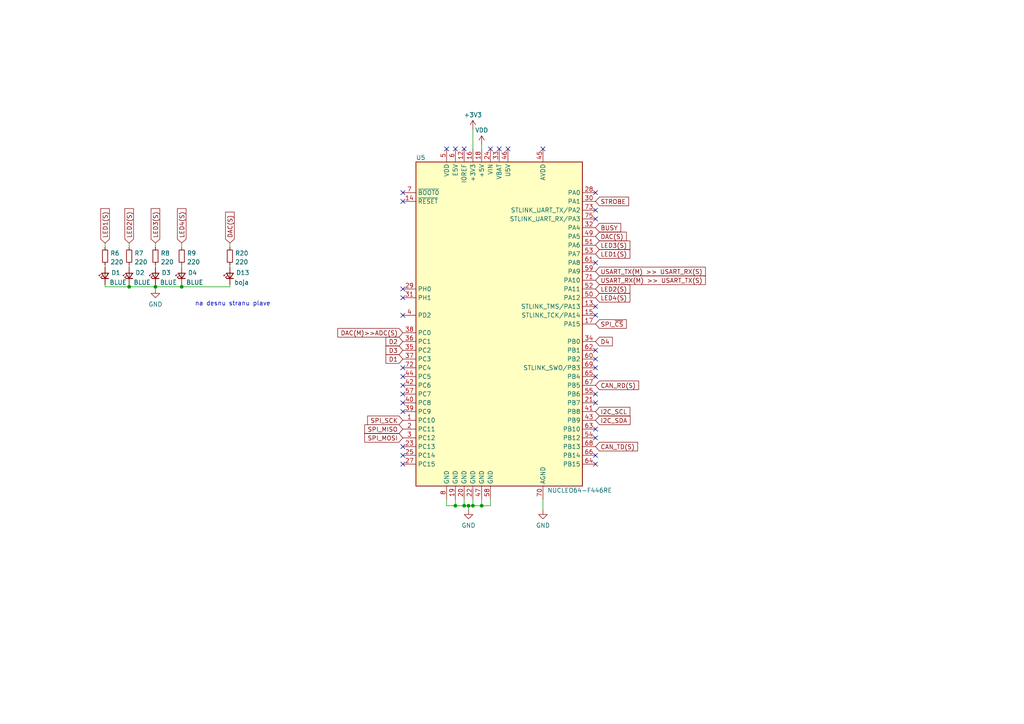
<source format=kicad_sch>
(kicad_sch (version 20230121) (generator eeschema)
  (paper "A4")
  (lib_symbols
    (symbol "Device:LED_Small" (pin_numbers hide) (pin_names (offset 0.254) hide)
      (property "Reference" "D" (at -1.27 3.175 0))
      (property "Value" "LED_Small" (at -4.445 -2.54 0))
      (symbol "LED_Small_0_1"
        (polyline (pts (xy -0.762 -1.016) (xy -0.762 1.016)) (stroke (width 0.254)))
        (polyline (pts (xy 1.016 0) (xy -0.762 0)))
        (polyline (pts (xy 0.762 -1.016) (xy -0.762 0) (xy 0.762 1.016) (xy 0.762 -1.016)) (stroke (width 0.254)))
        (polyline (pts (xy 0 0.762) (xy -0.508 1.27) (xy -0.254 1.27) (xy -0.508 1.27) (xy -0.508 1.016)))
        (polyline (pts (xy 0.508 1.27) (xy 0 1.778) (xy 0.254 1.778) (xy 0 1.778) (xy 0 1.524)))
      )
      (symbol "LED_Small_1_1"
        (pin passive line (at -2.54 0 0) (length 1.778) (name "K") (number "1"))
        (pin passive line (at 2.54 0 180) (length 1.778) (name "A") (number "2"))
      )
    )
    (symbol "Device:R_Small" (pin_numbers hide) (pin_names (offset 0.254) hide)
      (property "Reference" "R" (at 0.762 0.508 0))
      (property "Value" "R_Small" (at 0.762 -1.016 0))
      (symbol "R_Small_0_1"
        (rectangle (start -0.762 1.778) (end 0.762 -1.778) (stroke (width 0.2032)))
      )
      (symbol "R_Small_1_1"
        (pin passive line (at 0 2.54 270) (length 0.762) (name "~") (number "1"))
        (pin passive line (at 0 -2.54 90) (length 0.762) (name "~") (number "2"))
      )
    )
    (symbol "GND_7" (power) (pin_names (offset 0))
      (property "Value" "GND_7" (at 0 -3.81 0))
      (symbol "GND_7_0_1"
        (polyline (pts (xy 0 0) (xy 0 -1.27) (xy 1.27 -1.27) (xy 0 -2.54) (xy -1.27 -1.27) (xy 0 -1.27)))
      )
      (symbol "GND_7_1_1"
        (pin power_in line (at 0 0 270) (length 0) hide (name "GND") (number "1"))
      )
    )
    (symbol "Symbol:NUCLEO64-F446RE"
      (property "Reference" "U" (at -17.78 50.165 0))
      (property "Value" "NUCLEO64-F446RE" (at -17.78 48.26 0))
      (symbol "NUCLEO64-F446RE_0_1"
        (rectangle (start -24.13 46.99) (end 24.13 -46.99) (stroke (width 0.254)) (fill (type background)))
      )
      (symbol "NUCLEO64-F446RE_1_1"
        (pin bidirectional line (at -27.94 -27.94 0) (length 3.81) (name "PC10") (number "1"))
        (pin no_connect line (at -24.13 20.32 0) (length 3.81) hide (name "NC") (number "10"))
        (pin no_connect line (at -24.13 15.24 0) (length 3.81) hide (name "NC") (number "11"))
        (pin power_in line (at -10.16 50.8 270) (length 3.81) (name "IOREF") (number "12"))
        (pin bidirectional line (at 27.94 5.08 180) (length 3.81) (name "STLINK_TMS/PA13") (number "13"))
        (pin input line (at -27.94 35.56 0) (length 3.81) (name "~{RESET}") (number "14"))
        (pin bidirectional line (at 27.94 2.54 180) (length 3.81) (name "STLINK_TCK/PA14") (number "15"))
        (pin power_in line (at -7.62 50.8 270) (length 3.81) (name "+3V3") (number "16"))
        (pin bidirectional line (at 27.94 0 180) (length 3.81) (name "PA15") (number "17"))
        (pin power_in line (at -5.08 50.8 270) (length 3.81) (name "+5V") (number "18"))
        (pin power_in line (at -12.7 -50.8 90) (length 3.81) (name "GND") (number "19"))
        (pin bidirectional line (at -27.94 -30.48 0) (length 3.81) (name "PC11") (number "2"))
        (pin power_in line (at -10.16 -50.8 90) (length 3.81) (name "GND") (number "20"))
        (pin bidirectional line (at 27.94 -22.86 180) (length 3.81) (name "PB7") (number "21"))
        (pin power_in line (at -7.62 -50.8 90) (length 3.81) (name "GND") (number "22"))
        (pin bidirectional line (at -27.94 -35.56 0) (length 3.81) (name "PC13") (number "23"))
        (pin power_in line (at -2.54 50.8 270) (length 3.81) (name "VIN") (number "24"))
        (pin bidirectional line (at -27.94 -38.1 0) (length 3.81) (name "PC14") (number "25"))
        (pin no_connect line (at -24.13 22.86 0) (length 3.81) hide (name "NC") (number "26"))
        (pin bidirectional line (at -27.94 -40.64 0) (length 3.81) (name "PC15") (number "27"))
        (pin bidirectional line (at 27.94 38.1 180) (length 3.81) (name "PA0") (number "28"))
        (pin bidirectional line (at -27.94 10.16 0) (length 3.81) (name "PH0") (number "29"))
        (pin bidirectional line (at -27.94 -33.02 0) (length 3.81) (name "PC12") (number "3"))
        (pin bidirectional line (at 27.94 35.56 180) (length 3.81) (name "PA1") (number "30"))
        (pin bidirectional line (at -27.94 7.62 0) (length 3.81) (name "PH1") (number "31"))
        (pin bidirectional line (at 27.94 27.94 180) (length 3.81) (name "PA4") (number "32"))
        (pin power_in line (at 0 50.8 270) (length 3.81) (name "VBAT") (number "33"))
        (pin bidirectional line (at 27.94 -5.08 180) (length 3.81) (name "PB0") (number "34"))
        (pin bidirectional line (at -27.94 -7.62 0) (length 3.81) (name "PC2") (number "35"))
        (pin bidirectional line (at -27.94 -5.08 0) (length 3.81) (name "PC1") (number "36"))
        (pin bidirectional line (at -27.94 -10.16 0) (length 3.81) (name "PC3") (number "37"))
        (pin bidirectional line (at -27.94 -2.54 0) (length 3.81) (name "PC0") (number "38"))
        (pin bidirectional line (at -27.94 -25.4 0) (length 3.81) (name "PC9") (number "39"))
        (pin bidirectional line (at -27.94 2.54 0) (length 3.81) (name "PD2") (number "4"))
        (pin bidirectional line (at -27.94 -22.86 0) (length 3.81) (name "PC8") (number "40"))
        (pin bidirectional line (at 27.94 -25.4 180) (length 3.81) (name "PB8") (number "41"))
        (pin bidirectional line (at -27.94 -17.78 0) (length 3.81) (name "PC6") (number "42"))
        (pin bidirectional line (at 27.94 -27.94 180) (length 3.81) (name "PB9") (number "43"))
        (pin bidirectional line (at -27.94 -15.24 0) (length 3.81) (name "PC5") (number "44"))
        (pin power_in line (at 12.7 50.8 270) (length 3.81) (name "AVDD") (number "45"))
        (pin power_in line (at 2.54 50.8 270) (length 3.81) (name "U5V") (number "46"))
        (pin power_in line (at -5.08 -50.8 90) (length 3.81) (name "GND") (number "47"))
        (pin no_connect line (at -24.13 25.4 0) (length 3.81) hide (name "NC") (number "48"))
        (pin bidirectional line (at 27.94 25.4 180) (length 3.81) (name "PA5") (number "49"))
        (pin power_in line (at -15.24 50.8 270) (length 3.81) (name "VDD") (number "5"))
        (pin bidirectional line (at 27.94 7.62 180) (length 3.81) (name "PA12") (number "50"))
        (pin bidirectional line (at 27.94 22.86 180) (length 3.81) (name "PA6") (number "51"))
        (pin bidirectional line (at 27.94 10.16 180) (length 3.81) (name "PA11") (number "52"))
        (pin bidirectional line (at 27.94 20.32 180) (length 3.81) (name "PA7") (number "53"))
        (pin bidirectional line (at 27.94 -33.02 180) (length 3.81) (name "PB12") (number "54"))
        (pin bidirectional line (at 27.94 -20.32 180) (length 3.81) (name "PB6") (number "55"))
        (pin no_connect line (at -24.13 33.02 0) (length 3.81) hide (name "NC") (number "56"))
        (pin bidirectional line (at -27.94 -20.32 0) (length 3.81) (name "PC7") (number "57"))
        (pin power_in line (at -2.54 -50.8 90) (length 3.81) (name "GND") (number "58"))
        (pin bidirectional line (at 27.94 15.24 180) (length 3.81) (name "PA9") (number "59"))
        (pin power_in line (at -12.7 50.8 270) (length 3.81) (name "E5V") (number "6"))
        (pin bidirectional line (at 27.94 -10.16 180) (length 3.81) (name "PB2") (number "60"))
        (pin bidirectional line (at 27.94 17.78 180) (length 3.81) (name "PA8") (number "61"))
        (pin bidirectional line (at 27.94 -7.62 180) (length 3.81) (name "PB1") (number "62"))
        (pin bidirectional line (at 27.94 -30.48 180) (length 3.81) (name "PB10") (number "63"))
        (pin bidirectional line (at 27.94 -40.64 180) (length 3.81) (name "PB15") (number "64"))
        (pin bidirectional line (at 27.94 -15.24 180) (length 3.81) (name "PB4") (number "65"))
        (pin bidirectional line (at 27.94 -38.1 180) (length 3.81) (name "PB14") (number "66"))
        (pin bidirectional line (at 27.94 -17.78 180) (length 3.81) (name "PB5") (number "67"))
        (pin bidirectional line (at 27.94 -35.56 180) (length 3.81) (name "PB13") (number "68"))
        (pin bidirectional line (at 27.94 -12.7 180) (length 3.81) (name "STLINK_SWO/PB3") (number "69"))
        (pin input line (at -27.94 38.1 0) (length 3.81) (name "~{BOOT0}") (number "7"))
        (pin power_in line (at 12.7 -50.8 90) (length 3.81) (name "AGND") (number "70"))
        (pin bidirectional line (at 27.94 12.7 180) (length 3.81) (name "PA10") (number "71"))
        (pin bidirectional line (at -27.94 -12.7 0) (length 3.81) (name "PC4") (number "72"))
        (pin bidirectional line (at 27.94 33.02 180) (length 3.81) (name "STLINK_UART_TX/PA2") (number "73"))
        (pin no_connect line (at -24.13 30.48 0) (length 3.81) hide (name "NC") (number "74"))
        (pin bidirectional line (at 27.94 30.48 180) (length 3.81) (name "STLINK_UART_RX/PA3") (number "75"))
        (pin no_connect line (at -24.13 27.94 0) (length 3.81) hide (name "NC") (number "76"))
        (pin power_in line (at -15.24 -50.8 90) (length 3.81) (name "GND") (number "8"))
        (pin no_connect line (at -24.13 17.78 0) (length 3.81) hide (name "NC") (number "9"))
      )
    )
    (symbol "power:+3V3" (power) (pin_names (offset 0))
      (property "Value" "+3V3" (at 0 3.556 0))
      (symbol "+3V3_0_1"
        (polyline (pts (xy -0.762 1.27) (xy 0 2.54)))
        (polyline (pts (xy 0 0) (xy 0 2.54)))
        (polyline (pts (xy 0 2.54) (xy 0.762 1.27)))
      )
      (symbol "+3V3_1_1"
        (pin power_in line (at 0 0 90) (length 0) hide (name "+3V3") (number "1"))
      )
    )
    (symbol "power:GND" (power) (pin_names (offset 0))
      (property "Value" "GND" (at 0 -3.81 0))
      (symbol "GND_0_1"
        (polyline (pts (xy 0 0) (xy 0 -1.27) (xy 1.27 -1.27) (xy 0 -2.54) (xy -1.27 -1.27) (xy 0 -1.27)))
      )
      (symbol "GND_1_1"
        (pin power_in line (at 0 0 270) (length 0) hide (name "GND") (number "1"))
      )
    )
    (symbol "power:VDD" (power) (pin_names (offset 0))
      (property "Value" "VDD" (at 0 3.81 0))
      (symbol "VDD_0_1"
        (polyline (pts (xy -0.762 1.27) (xy 0 2.54)))
        (polyline (pts (xy 0 0) (xy 0 2.54)))
        (polyline (pts (xy 0 2.54) (xy 0.762 1.27)))
      )
      (symbol "VDD_1_1"
        (pin power_in line (at 0 0 90) (length 0) hide (name "VDD") (number "1"))
      )
    )
  )
  (junction (at 139.7 146.685))
  (junction (at 132.08 146.685))
  (junction (at 137.16 146.685))
  (junction (at 37.465 83.185))
  (junction (at 134.62 146.685))
  (junction (at 45.085 83.185))
  (junction (at 52.705 83.185))
  (junction (at 135.89 146.685))
  (no_connect (at 172.72 63.5))
  (no_connect (at 116.84 83.82))
  (no_connect (at 129.54 43.18))
  (no_connect (at 172.72 132.08))
  (no_connect (at 134.62 43.18))
  (no_connect (at 116.84 86.36))
  (no_connect (at 116.84 111.76))
  (no_connect (at 142.24 43.18))
  (no_connect (at 157.48 43.18))
  (no_connect (at 116.84 109.22))
  (no_connect (at 172.72 55.88))
  (no_connect (at 116.84 134.62))
  (no_connect (at 172.72 127))
  (no_connect (at 172.72 134.62))
  (no_connect (at 172.72 114.3))
  (no_connect (at 172.72 116.84))
  (no_connect (at 116.84 116.84))
  (no_connect (at 116.84 55.88))
  (no_connect (at 116.84 119.38))
  (no_connect (at 116.84 129.54))
  (no_connect (at 172.72 101.6))
  (no_connect (at 116.84 91.44))
  (no_connect (at 116.84 106.68))
  (no_connect (at 172.72 106.68))
  (no_connect (at 172.72 91.44))
  (no_connect (at 172.72 124.46))
  (no_connect (at 172.72 60.96))
  (no_connect (at 116.84 114.3))
  (no_connect (at 172.72 109.22))
  (no_connect (at 116.84 132.08))
  (no_connect (at 172.72 88.9))
  (no_connect (at 172.72 104.14))
  (no_connect (at 147.32 43.18))
  (no_connect (at 172.72 76.2))
  (no_connect (at 132.08 43.18))
  (no_connect (at 116.84 58.42))
  (no_connect (at 144.78 43.18))
  (wire (pts (xy 66.675 83.185) (xy 66.675 82.55)))
  (wire (pts (xy 139.7 144.78) (xy 139.7 146.685)))
  (wire (pts (xy 45.085 70.485) (xy 45.085 71.755)))
  (wire (pts (xy 132.08 146.685) (xy 134.62 146.685)))
  (wire (pts (xy 134.62 146.685) (xy 135.89 146.685)))
  (wire (pts (xy 52.705 83.185) (xy 66.675 83.185)))
  (wire (pts (xy 45.085 83.185) (xy 45.085 83.82)))
  (wire (pts (xy 129.54 144.78) (xy 129.54 146.685)))
  (wire (pts (xy 45.085 76.835) (xy 45.085 77.47)))
  (wire (pts (xy 134.62 144.78) (xy 134.62 146.685)))
  (wire (pts (xy 37.465 70.485) (xy 37.465 71.755)))
  (wire (pts (xy 30.48 76.835) (xy 30.48 77.47)))
  (wire (pts (xy 129.54 146.685) (xy 132.08 146.685)))
  (wire (pts (xy 52.705 83.185) (xy 52.705 82.55)))
  (wire (pts (xy 52.705 70.485) (xy 52.705 71.755)))
  (wire (pts (xy 135.89 146.685) (xy 137.16 146.685)))
  (wire (pts (xy 139.7 146.685) (xy 142.24 146.685)))
  (wire (pts (xy 45.085 83.185) (xy 52.705 83.185)))
  (wire (pts (xy 139.7 41.91) (xy 139.7 43.18)))
  (wire (pts (xy 30.48 70.485) (xy 30.48 71.755)))
  (wire (pts (xy 52.705 76.835) (xy 52.705 77.47)))
  (wire (pts (xy 157.48 144.78) (xy 157.48 147.955)))
  (wire (pts (xy 142.24 146.685) (xy 142.24 144.78)))
  (wire (pts (xy 66.675 70.485) (xy 66.675 71.755)))
  (wire (pts (xy 135.89 146.685) (xy 135.89 147.955)))
  (wire (pts (xy 30.48 82.55) (xy 30.48 83.185)))
  (wire (pts (xy 137.16 146.685) (xy 139.7 146.685)))
  (wire (pts (xy 30.48 83.185) (xy 37.465 83.185)))
  (wire (pts (xy 66.675 76.835) (xy 66.675 77.47)))
  (wire (pts (xy 37.465 82.55) (xy 37.465 83.185)))
  (wire (pts (xy 137.16 144.78) (xy 137.16 146.685)))
  (wire (pts (xy 132.08 144.78) (xy 132.08 146.685)))
  (wire (pts (xy 37.465 76.835) (xy 37.465 77.47)))
  (wire (pts (xy 137.16 37.465) (xy 137.16 43.18)))
  (wire (pts (xy 45.085 82.55) (xy 45.085 83.185)))
  (wire (pts (xy 37.465 83.185) (xy 45.085 83.185)))
  (text "na desnu stranu plave" (at 56.515 88.9 0) (effects (font (size 1.27 1.27)) (justify left bottom)))
  (global_label "SPI_MOSI" (shape input) (at 116.84 127 180) (property "Intersheetrefs" "${INTERSHEET_REFS}" (effects hide)))
  (global_label "D2" (shape input) (at 116.84 99.06 180) (property "Intersheetrefs" "${INTERSHEET_REFS}" (effects hide)))
  (global_label "USART_TX(M) >> USART_RX(S)" (shape input) (at 172.72 78.74 0) (property "Intersheetrefs" "${INTERSHEET_REFS}" (effects hide)))
  (global_label "CAN_TD(S)" (shape input) (at 172.72 129.54 0) (property "Intersheetrefs" "${INTERSHEET_REFS}" (effects hide)))
  (global_label "D1" (shape input) (at 116.84 104.14 180) (property "Intersheetrefs" "${INTERSHEET_REFS}" (effects hide)))
  (global_label "DAC(M)>>ADC(S)" (shape input) (at 116.84 96.52 180) (property "Intersheetrefs" "${INTERSHEET_REFS}" (effects hide)))
  (global_label "LED4(S)" (shape input) (at 172.72 86.36 0) (property "Intersheetrefs" "${INTERSHEET_REFS}" (effects hide)))
  (global_label "CAN_RD(S)" (shape input) (at 172.72 111.76 0) (property "Intersheetrefs" "${INTERSHEET_REFS}" (effects hide)))
  (global_label "LED3(S)" (shape input) (at 172.72 71.12 0) (property "Intersheetrefs" "${INTERSHEET_REFS}" (effects hide)))
  (global_label "BUSY" (shape input) (at 172.72 66.04 0) (property "Intersheetrefs" "${INTERSHEET_REFS}" (effects hide)))
  (global_label "STROBE" (shape input) (at 172.72 58.42 0) (property "Intersheetrefs" "${INTERSHEET_REFS}" (effects hide)))
  (global_label "LED2(S)" (shape input) (at 172.72 83.82 0) (property "Intersheetrefs" "${INTERSHEET_REFS}" (effects hide)))
  (global_label "USART_RX(M) >> USART_TX(S)" (shape input) (at 172.72 81.28 0) (property "Intersheetrefs" "${INTERSHEET_REFS}" (effects hide)))
  (global_label "LED3(S)" (shape input) (at 45.085 70.485 90) (property "Intersheetrefs" "${INTERSHEET_REFS}" (effects hide)))
  (global_label "DAC(S)" (shape input) (at 172.72 68.58 0) (property "Intersheetrefs" "${INTERSHEET_REFS}" (effects hide)))
  (global_label "D4" (shape input) (at 172.72 99.06 0) (property "Intersheetrefs" "${INTERSHEET_REFS}" (effects hide)))
  (global_label "D3" (shape input) (at 116.84 101.6 180) (property "Intersheetrefs" "${INTERSHEET_REFS}" (effects hide)))
  (global_label "SPI_~{CS}" (shape input) (at 172.72 93.98 0) (property "Intersheetrefs" "${INTERSHEET_REFS}" (effects hide)))
  (global_label "I2C_SDA" (shape input) (at 172.72 121.92 0) (property "Intersheetrefs" "${INTERSHEET_REFS}" (effects hide)))
  (global_label "LED1(S)" (shape input) (at 30.48 70.485 90) (property "Intersheetrefs" "${INTERSHEET_REFS}" (effects hide)))
  (global_label "LED2(S)" (shape input) (at 37.465 70.485 90) (property "Intersheetrefs" "${INTERSHEET_REFS}" (effects hide)))
  (global_label "I2C_SCL" (shape input) (at 172.72 119.38 0) (property "Intersheetrefs" "${INTERSHEET_REFS}" (effects hide)))
  (global_label "LED4(S)" (shape input) (at 52.705 70.485 90) (property "Intersheetrefs" "${INTERSHEET_REFS}" (effects hide)))
  (global_label "LED1(S)" (shape input) (at 172.72 73.66 0) (property "Intersheetrefs" "${INTERSHEET_REFS}" (effects hide)))
  (global_label "SPI_SCK" (shape input) (at 116.84 121.92 180) (property "Intersheetrefs" "${INTERSHEET_REFS}" (effects hide)))
  (global_label "SPI_MISO" (shape input) (at 116.84 124.46 180) (property "Intersheetrefs" "${INTERSHEET_REFS}" (effects hide)))
  (global_label "DAC(S)" (shape input) (at 66.675 70.485 90) (property "Intersheetrefs" "${INTERSHEET_REFS}" (effects hide)))
  (symbol (lib_id "Device:R_Small") (at 45.085 74.295 0) (unit 1)
    (property "Reference" "R8" (at 46.5836 73.4603 0) (effects (justify left)))
    (property "Value" "220" (at 46.5836 75.9972 0) (effects (justify left)))
    (property "Footprint" "Resistor_SMD:R_0805_2012Metric" (effects hide))
  )
  (symbol (lib_id "Device:R_Small") (at 37.465 74.295 0) (unit 1)
    (property "Reference" "R7" (at 38.9636 73.4603 0) (effects (justify left)))
    (property "Value" "220" (at 38.9636 75.9972 0) (effects (justify left)))
    (property "Footprint" "Resistor_SMD:R_0805_2012Metric" (effects hide))
  )
  (symbol (lib_id "Symbol:NUCLEO64-F446RE") (at 144.78 93.98 0) (unit 1)
    (property "Reference" "U5" (at 120.65 45.72 0) (effects (justify left)))
    (property "Value" "NUCLEO64-F446RE" (at 158.75 142.24 0) (effects (justify left)))
    (property "Footprint" "Footprint:NUCLEO64" (effects hide))
    (property "Datasheet" "http://www.st.com/st-web-ui/static/active/en/resource/technical/document/data_brief/DM00105918.pdf" (effects hide))
  )
  (symbol (lib_id "Device:R_Small") (at 30.48 74.295 0) (unit 1)
    (property "Reference" "R6" (at 31.9786 73.4603 0) (effects (justify left)))
    (property "Value" "220" (at 31.9786 75.9972 0) (effects (justify left)))
    (property "Footprint" "Resistor_SMD:R_0805_2012Metric" (effects hide))
  )
  (symbol (lib_id "Device:LED_Small") (at 66.675 80.01 90) (unit 1)
    (property "Reference" "D13" (at 68.453 79.1118 90) (effects (justify right)))
    (property "Value" "boja" (at 67.945 81.915 90) (effects (justify right)))
    (property "Footprint" "LED_SMD:LED_1206_3216Metric" (effects hide))
  )
  (symbol (lib_id "Device:R_Small") (at 66.675 74.295 0) (unit 1)
    (property "Reference" "R20" (at 68.1736 73.4603 0) (effects (justify left)))
    (property "Value" "220" (at 68.1736 75.9972 0) (effects (justify left)))
    (property "Footprint" "Resistor_SMD:R_0805_2012Metric" (effects hide))
  )
  (symbol (lib_id "power:GND") (at 135.89 147.955 0) (unit 1)
    (property "Reference" "#PWR021" (effects hide))
    (property "Value" "GND" (at 135.89 152.4 0))
  )
  (symbol (lib_id "Device:LED_Small") (at 52.705 80.01 90) (unit 1)
    (property "Reference" "D4" (at 54.483 79.1118 90) (effects (justify right)))
    (property "Value" "BLUE" (at 53.975 81.915 90) (effects (justify right)))
    (property "Footprint" "LED_SMD:LED_1206_3216Metric" (effects hide))
  )
  (symbol (lib_id "Device:R_Small") (at 52.705 74.295 0) (unit 1)
    (property "Reference" "R9" (at 54.2036 73.4603 0) (effects (justify left)))
    (property "Value" "220" (at 54.2036 75.9972 0) (effects (justify left)))
    (property "Footprint" "Resistor_SMD:R_0805_2012Metric" (effects hide))
  )
  (symbol (lib_id "power:GND") (at 157.48 147.955 0) (unit 1)
    (property "Reference" "#PWR022" (effects hide))
    (property "Value" "GND" (at 157.48 152.4 0))
  )
  (symbol (lib_id "Device:LED_Small") (at 30.48 80.01 90) (unit 1)
    (property "Reference" "D1" (at 32.258 79.1118 90) (effects (justify right)))
    (property "Value" "BLUE" (at 31.75 81.915 90) (effects (justify right)))
    (property "Footprint" "LED_SMD:LED_1206_3216Metric" (effects hide))
  )
  (symbol (lib_id "Device:LED_Small") (at 37.465 80.01 90) (unit 1)
    (property "Reference" "D2" (at 39.243 79.1118 90) (effects (justify right)))
    (property "Value" "BLUE" (at 38.735 81.915 90) (effects (justify right)))
    (property "Footprint" "LED_SMD:LED_1206_3216Metric" (effects hide))
  )
  (symbol (lib_name "GND_7") (lib_id "power:GND") (at 45.085 83.82 0) (unit 1)
    (property "Reference" "#PWR016" (effects hide))
    (property "Value" "GND" (at 45.085 88.2634 0))
  )
  (symbol (lib_id "power:+3V3") (at 137.16 37.465 0) (unit 1)
    (property "Reference" "#PWR03" (effects hide))
    (property "Value" "+3V3" (at 137.16 33.3319 0))
  )
  (symbol (lib_id "power:VDD") (at 139.7 41.91 0) (unit 1)
    (property "Reference" "#PWR029" (effects hide))
    (property "Value" "VDD" (at 139.7 37.7769 0))
  )
  (symbol (lib_id "Device:LED_Small") (at 45.085 80.01 90) (unit 1)
    (property "Reference" "D3" (at 46.863 79.1118 90) (effects (justify right)))
    (property "Value" "BLUE" (at 46.355 81.915 90) (effects (justify right)))
    (property "Footprint" "LED_SMD:LED_1206_3216Metric" (effects hide))
  )
)
</source>
